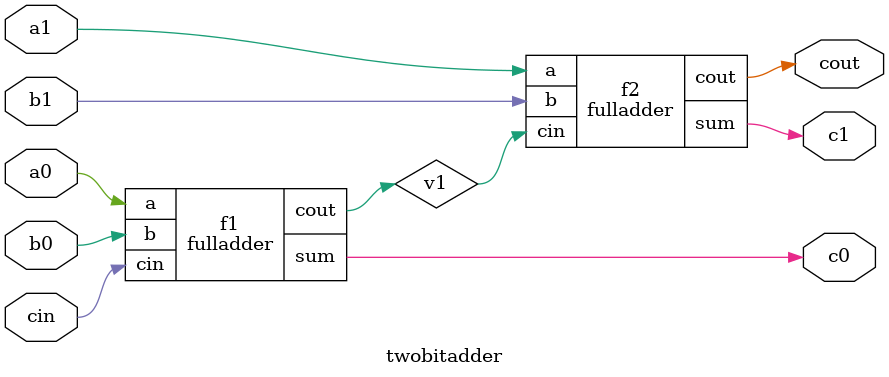
<source format=v>
module halfadder(input a, b, output sum, cout);
    xor (sum, a, b);
    and (cout, a, b);
endmodule

module fulladder(input a, b, cin, output sum, cout);
    wire v1, v2, v3;
    xor (v1, a, b);
    and (v2, a, b);
    xor (sum, v1, cin);
    and (v3, cin, v1);
    or (cout, v2, v3);
endmodule

module twobitadder(input a0, a1, b0, b1, cin, output c0, c1, cout);
    wire v1;
    fulladder f1(a0, b0, cin, c0, v1);
    fulladder f2(a1, b1, v1, c1, cout);
endmodule

</source>
